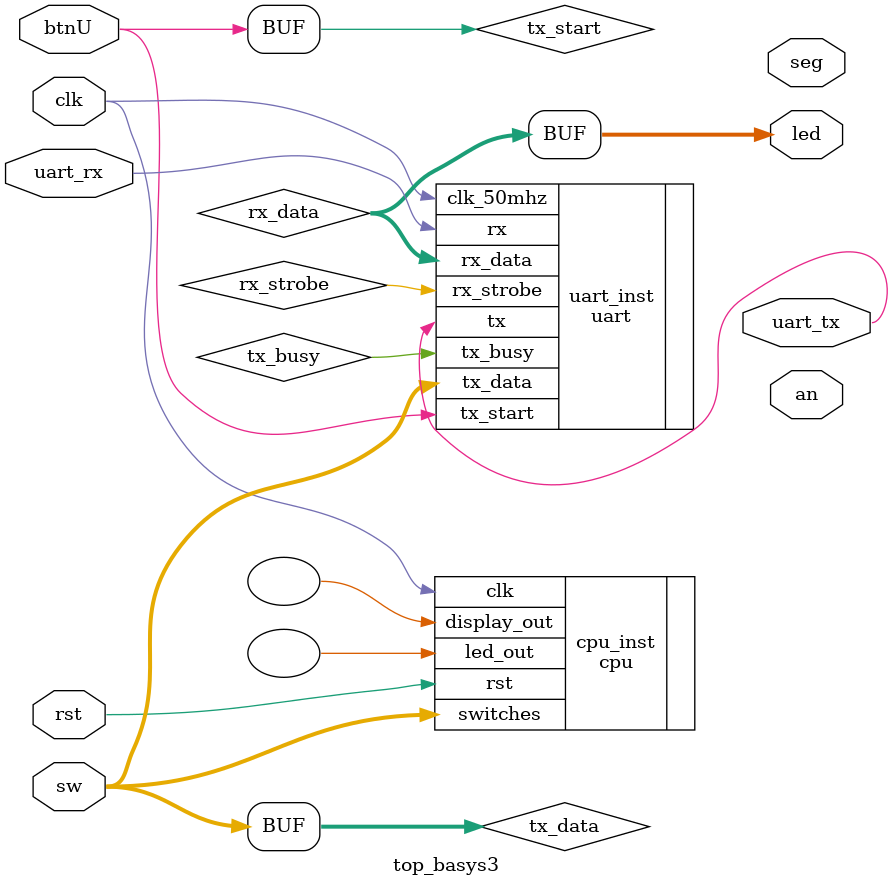
<source format=v>
module top_basys3(
    input clk,                // 100 MHz clock
    input rst,                // Reset button
    input [7:0] sw,           // Basys3 switches
    output [7:0] led,         // Basys3 LEDs
    output [6:0] seg,         // 7-segment cathodes
    output [3:0] an,          // 7-segment anodes
    output uart_tx,
    input uart_rx,
    input btnU
);

    // wire [7:0] led_out;
    // wire [7:0] display_out;

    // Instantiate CPU
    cpu cpu_inst(
        .clk(clk),
        .rst(rst),
        .switches(sw),
        .led_out(),
        .display_out()
    );

    // The CPU is no longer connected to the LEDs and seven-segment display
    // assign led = led_out;
    
    wire tx_start;
    wire [7:0] tx_data;
    wire tx_busy;
    wire rx_strobe;
    wire [7:0] rx_data;
    
    assign tx_start = btnU;
    assign tx_data = sw;
    assign led = rx_data;

    uart uart_inst (
        .clk_50mhz(clk), // Note: The UART is designed for 50MHz, but we're using 100MHz.
                         // This will make the baud rate twice as fast. We'll adjust on the computer side.
        .rx(uart_rx),
        .tx_start(tx_start),
        .tx_data(tx_data),
        .tx_busy(tx_busy),
        .rx_strobe(rx_strobe),
        .rx_data(rx_data),
        .tx(uart_tx)
    );


    // Use only lower 8 bits for display (pad to 16 bits)
    /*sevenseg_driver sseg_inst(
        .clk(clk),
        .rst(rst),
        .value({8'b0, display_out}),
        .an(an),
        .seg(seg)
    );*/
endmodule 
</source>
